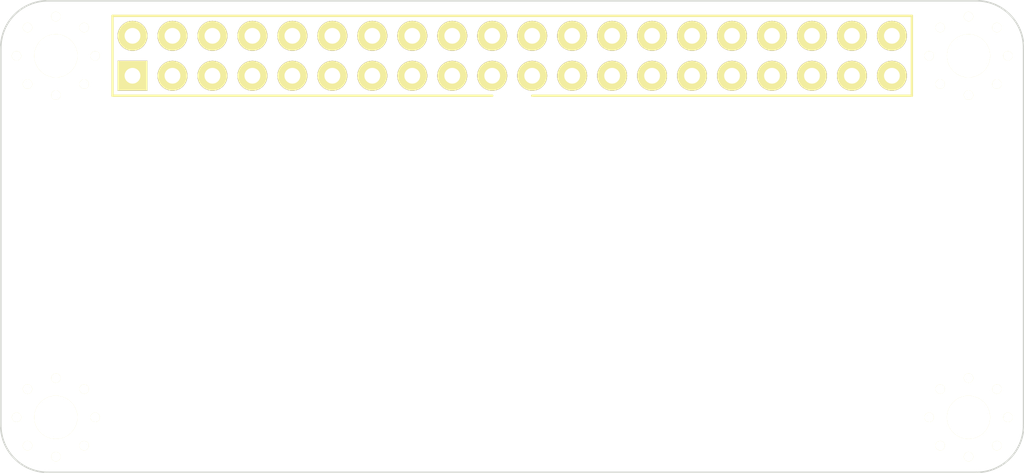
<source format=kicad_pcb>
(kicad_pcb (version 20170123) (host pcbnew "(2017-03-10 revision 23a23d3)-master")

  (general
    (links 0)
    (no_connects 0)
    (area 110.558334 76.4425 178.441667 109.6925)
    (thickness 1.6)
    (drawings 8)
    (tracks 0)
    (zones 0)
    (modules 5)
    (nets 1)
  )

  (page A4)
  (layers
    (0 F.Cu signal)
    (31 B.Cu signal)
    (32 B.Adhes user)
    (33 F.Adhes user)
    (34 B.Paste user)
    (35 F.Paste user)
    (36 B.SilkS user)
    (37 F.SilkS user)
    (38 B.Mask user)
    (39 F.Mask user)
    (40 Dwgs.User user)
    (41 Cmts.User user)
    (42 Eco1.User user)
    (43 Eco2.User user)
    (44 Edge.Cuts user)
    (45 Margin user)
    (46 B.CrtYd user)
    (47 F.CrtYd user)
    (48 B.Fab user)
    (49 F.Fab user)
  )

  (setup
    (last_trace_width 0.25)
    (trace_clearance 0.2)
    (zone_clearance 0.508)
    (zone_45_only no)
    (trace_min 0.2)
    (segment_width 0.2)
    (edge_width 0.15)
    (via_size 0.8)
    (via_drill 0.4)
    (via_min_size 0.4)
    (via_min_drill 0.3)
    (uvia_size 0.3)
    (uvia_drill 0.1)
    (uvias_allowed no)
    (uvia_min_size 0.2)
    (uvia_min_drill 0.1)
    (pcb_text_width 0.3)
    (pcb_text_size 1.5 1.5)
    (mod_edge_width 0.15)
    (mod_text_size 1 1)
    (mod_text_width 0.15)
    (pad_size 1.524 1.524)
    (pad_drill 0.762)
    (pad_to_mask_clearance 0.2)
    (aux_axis_origin 0 0)
    (visible_elements FFFFFF7F)
    (pcbplotparams
      (layerselection 0x00030_ffffffff)
      (usegerberextensions false)
      (excludeedgelayer true)
      (linewidth 0.150000)
      (plotframeref false)
      (viasonmask false)
      (mode 1)
      (useauxorigin false)
      (hpglpennumber 1)
      (hpglpenspeed 20)
      (hpglpendiameter 15)
      (psnegative false)
      (psa4output false)
      (plotreference true)
      (plotvalue true)
      (plotinvisibletext false)
      (padsonsilk false)
      (subtractmaskfromsilk false)
      (outputformat 1)
      (mirror false)
      (drillshape 1)
      (scaleselection 1)
      (outputdirectory ""))
  )

  (net 0 "")

  (net_class Default "This is the default net class."
    (clearance 0.2)
    (trace_width 0.25)
    (via_dia 0.8)
    (via_drill 0.4)
    (uvia_dia 0.3)
    (uvia_drill 0.1)
  )

  (module agg:M2.5_MOUNT locked (layer F.Cu) (tedit 5910340E) (tstamp 591E792A)
    (at 115.5 104.5)
    (fp_text reference REF** (at 0 -4.1) (layer F.Fab) hide
      (effects (font (size 1 1) (thickness 0.15)))
    )
    (fp_text value M2.5_MOUNT (at 0 4.1) (layer F.Fab) hide
      (effects (font (size 1 1) (thickness 0.15)))
    )
    (fp_line (start -3.4 -3.4) (end 3.4 -3.4) (layer F.CrtYd) (width 0.01))
    (fp_line (start 3.4 -3.4) (end 3.4 3.4) (layer F.CrtYd) (width 0.01))
    (fp_line (start 3.4 3.4) (end -3.4 3.4) (layer F.CrtYd) (width 0.01))
    (fp_line (start -3.4 3.4) (end -3.4 -3.4) (layer F.CrtYd) (width 0.01))
    (pad "" np_thru_hole circle (at 1.8 1.8) (size 0.6 0.6) (drill 0.6) (layers *.Cu *.Mask F.SilkS))
    (pad "" np_thru_hole circle (at -1.8 1.8) (size 0.6 0.6) (drill 0.6) (layers *.Cu *.Mask F.SilkS))
    (pad "" np_thru_hole circle (at 1.8 -1.8) (size 0.6 0.6) (drill 0.6) (layers *.Cu *.Mask F.SilkS))
    (pad "" np_thru_hole circle (at -1.8 -1.8) (size 0.6 0.6) (drill 0.6) (layers *.Cu *.Mask F.SilkS))
    (pad "" np_thru_hole circle (at -2.5 0) (size 0.6 0.6) (drill 0.6) (layers *.Cu *.Mask F.SilkS))
    (pad "" np_thru_hole circle (at 0 2.5) (size 0.6 0.6) (drill 0.6) (layers *.Cu *.Mask F.SilkS))
    (pad "" np_thru_hole circle (at 2.5 0) (size 0.6 0.6) (drill 0.6) (layers *.Cu *.Mask F.SilkS))
    (pad "" np_thru_hole circle (at 0 -2.5) (size 0.6 0.6) (drill 0.6) (layers *.Cu *.Mask F.SilkS))
    (pad "" np_thru_hole circle (at 0 0) (size 2.75 2.75) (drill 2.75) (layers *.Cu *.Mask F.SilkS)
      (solder_mask_margin 1.72) (clearance 1.72))
  )

  (module agg:M2.5_MOUNT locked (layer F.Cu) (tedit 591033F8) (tstamp 591E78DC)
    (at 173.5 104.5)
    (fp_text reference REF** (at 0 -4.1) (layer F.Fab) hide
      (effects (font (size 1 1) (thickness 0.15)))
    )
    (fp_text value M2.5_MOUNT (at 0 4.1) (layer F.Fab) hide
      (effects (font (size 1 1) (thickness 0.15)))
    )
    (fp_line (start -3.4 -3.4) (end 3.4 -3.4) (layer F.CrtYd) (width 0.01))
    (fp_line (start 3.4 -3.4) (end 3.4 3.4) (layer F.CrtYd) (width 0.01))
    (fp_line (start 3.4 3.4) (end -3.4 3.4) (layer F.CrtYd) (width 0.01))
    (fp_line (start -3.4 3.4) (end -3.4 -3.4) (layer F.CrtYd) (width 0.01))
    (pad "" np_thru_hole circle (at 1.8 1.8) (size 0.6 0.6) (drill 0.6) (layers *.Cu *.Mask F.SilkS))
    (pad "" np_thru_hole circle (at -1.8 1.8) (size 0.6 0.6) (drill 0.6) (layers *.Cu *.Mask F.SilkS))
    (pad "" np_thru_hole circle (at 1.8 -1.8) (size 0.6 0.6) (drill 0.6) (layers *.Cu *.Mask F.SilkS))
    (pad "" np_thru_hole circle (at -1.8 -1.8) (size 0.6 0.6) (drill 0.6) (layers *.Cu *.Mask F.SilkS))
    (pad "" np_thru_hole circle (at -2.5 0) (size 0.6 0.6) (drill 0.6) (layers *.Cu *.Mask F.SilkS))
    (pad "" np_thru_hole circle (at 0 2.5) (size 0.6 0.6) (drill 0.6) (layers *.Cu *.Mask F.SilkS))
    (pad "" np_thru_hole circle (at 2.5 0) (size 0.6 0.6) (drill 0.6) (layers *.Cu *.Mask F.SilkS))
    (pad "" np_thru_hole circle (at 0 -2.5) (size 0.6 0.6) (drill 0.6) (layers *.Cu *.Mask F.SilkS))
    (pad "" np_thru_hole circle (at 0 0) (size 2.75 2.75) (drill 2.75) (layers *.Cu *.Mask F.SilkS)
      (solder_mask_margin 1.72) (clearance 1.72))
  )

  (module agg:M2.5_MOUNT locked (layer F.Cu) (tedit 591033FD) (tstamp 591E787A)
    (at 173.5 81.5)
    (fp_text reference REF** (at 0 -4.1) (layer F.Fab) hide
      (effects (font (size 1 1) (thickness 0.15)))
    )
    (fp_text value M2.5_MOUNT (at 0 4.1) (layer F.Fab) hide
      (effects (font (size 1 1) (thickness 0.15)))
    )
    (fp_line (start -3.4 -3.4) (end 3.4 -3.4) (layer F.CrtYd) (width 0.01))
    (fp_line (start 3.4 -3.4) (end 3.4 3.4) (layer F.CrtYd) (width 0.01))
    (fp_line (start 3.4 3.4) (end -3.4 3.4) (layer F.CrtYd) (width 0.01))
    (fp_line (start -3.4 3.4) (end -3.4 -3.4) (layer F.CrtYd) (width 0.01))
    (pad "" np_thru_hole circle (at 1.8 1.8) (size 0.6 0.6) (drill 0.6) (layers *.Cu *.Mask F.SilkS))
    (pad "" np_thru_hole circle (at -1.8 1.8) (size 0.6 0.6) (drill 0.6) (layers *.Cu *.Mask F.SilkS))
    (pad "" np_thru_hole circle (at 1.8 -1.8) (size 0.6 0.6) (drill 0.6) (layers *.Cu *.Mask F.SilkS))
    (pad "" np_thru_hole circle (at -1.8 -1.8) (size 0.6 0.6) (drill 0.6) (layers *.Cu *.Mask F.SilkS))
    (pad "" np_thru_hole circle (at -2.5 0) (size 0.6 0.6) (drill 0.6) (layers *.Cu *.Mask F.SilkS))
    (pad "" np_thru_hole circle (at 0 2.5) (size 0.6 0.6) (drill 0.6) (layers *.Cu *.Mask F.SilkS))
    (pad "" np_thru_hole circle (at 2.5 0) (size 0.6 0.6) (drill 0.6) (layers *.Cu *.Mask F.SilkS))
    (pad "" np_thru_hole circle (at 0 -2.5) (size 0.6 0.6) (drill 0.6) (layers *.Cu *.Mask F.SilkS))
    (pad "" np_thru_hole circle (at 0 0) (size 2.75 2.75) (drill 2.75) (layers *.Cu *.Mask F.SilkS)
      (solder_mask_margin 1.72) (clearance 1.72))
  )

  (module agg:M2.5_MOUNT locked (layer F.Cu) (tedit 59103407) (tstamp 591E77F5)
    (at 115.5 81.5)
    (fp_text reference REF** (at 0 -4.1) (layer F.Fab) hide
      (effects (font (size 1 1) (thickness 0.15)))
    )
    (fp_text value M2.5_MOUNT (at 0 4.1) (layer F.Fab) hide
      (effects (font (size 1 1) (thickness 0.15)))
    )
    (fp_line (start -3.4 -3.4) (end 3.4 -3.4) (layer F.CrtYd) (width 0.01))
    (fp_line (start 3.4 -3.4) (end 3.4 3.4) (layer F.CrtYd) (width 0.01))
    (fp_line (start 3.4 3.4) (end -3.4 3.4) (layer F.CrtYd) (width 0.01))
    (fp_line (start -3.4 3.4) (end -3.4 -3.4) (layer F.CrtYd) (width 0.01))
    (pad "" np_thru_hole circle (at 1.8 1.8) (size 0.6 0.6) (drill 0.6) (layers *.Cu *.Mask F.SilkS))
    (pad "" np_thru_hole circle (at -1.8 1.8) (size 0.6 0.6) (drill 0.6) (layers *.Cu *.Mask F.SilkS))
    (pad "" np_thru_hole circle (at 1.8 -1.8) (size 0.6 0.6) (drill 0.6) (layers *.Cu *.Mask F.SilkS))
    (pad "" np_thru_hole circle (at -1.8 -1.8) (size 0.6 0.6) (drill 0.6) (layers *.Cu *.Mask F.SilkS))
    (pad "" np_thru_hole circle (at -2.5 0) (size 0.6 0.6) (drill 0.6) (layers *.Cu *.Mask F.SilkS))
    (pad "" np_thru_hole circle (at 0 2.5) (size 0.6 0.6) (drill 0.6) (layers *.Cu *.Mask F.SilkS))
    (pad "" np_thru_hole circle (at 2.5 0) (size 0.6 0.6) (drill 0.6) (layers *.Cu *.Mask F.SilkS))
    (pad "" np_thru_hole circle (at 0 -2.5) (size 0.6 0.6) (drill 0.6) (layers *.Cu *.Mask F.SilkS))
    (pad "" np_thru_hole circle (at 0 0) (size 2.75 2.75) (drill 2.75) (layers *.Cu *.Mask F.SilkS)
      (solder_mask_margin 1.72) (clearance 1.72))
  )

  (module agg:DIL-254P-40 locked (layer F.Cu) (tedit 57656D66) (tstamp 5916299A)
    (at 144.5 81.5)
    (fp_text reference REF** (at 0.4 3.8) (layer F.Fab)
      (effects (font (size 1 1) (thickness 0.15)))
    )
    (fp_text value DIL-254P-40 (at 15.8 3.6) (layer F.Fab)
      (effects (font (size 1 1) (thickness 0.15)))
    )
    (fp_line (start -25.65 2.8) (end -25.65 -2.8) (layer F.CrtYd) (width 0.01))
    (fp_line (start 25.65 2.8) (end -25.65 2.8) (layer F.CrtYd) (width 0.01))
    (fp_line (start 25.65 -2.8) (end 25.65 2.8) (layer F.CrtYd) (width 0.01))
    (fp_line (start -25.65 -2.8) (end 25.65 -2.8) (layer F.CrtYd) (width 0.01))
    (fp_line (start -25.4 2.54) (end -25.4 -2.54) (layer F.SilkS) (width 0.15))
    (fp_line (start -1.27 2.54) (end -25.4 2.54) (layer F.SilkS) (width 0.15))
    (fp_line (start 25.4 2.54) (end 1.27 2.54) (layer F.SilkS) (width 0.15))
    (fp_line (start 25.4 -2.54) (end 25.4 2.54) (layer F.SilkS) (width 0.15))
    (fp_line (start -25.4 -2.54) (end 25.4 -2.54) (layer F.SilkS) (width 0.15))
    (fp_line (start -25.4 2.54) (end -25.4 -2.54) (layer F.Fab) (width 0.01))
    (fp_line (start 25.4 2.54) (end -25.4 2.54) (layer F.Fab) (width 0.01))
    (fp_line (start 25.4 -2.54) (end 25.4 2.54) (layer F.Fab) (width 0.01))
    (fp_line (start -25.4 -2.54) (end 25.4 -2.54) (layer F.Fab) (width 0.01))
    (pad 40 thru_hole circle (at 24.13 -1.27) (size 1.9 1.9) (drill 1) (layers *.Cu *.Mask F.SilkS))
    (pad 39 thru_hole circle (at 24.13 1.27) (size 1.9 1.9) (drill 1) (layers *.Cu *.Mask F.SilkS))
    (pad 38 thru_hole circle (at 21.59 -1.27) (size 1.9 1.9) (drill 1) (layers *.Cu *.Mask F.SilkS))
    (pad 37 thru_hole circle (at 21.59 1.27) (size 1.9 1.9) (drill 1) (layers *.Cu *.Mask F.SilkS))
    (pad 36 thru_hole circle (at 19.05 -1.27) (size 1.9 1.9) (drill 1) (layers *.Cu *.Mask F.SilkS))
    (pad 35 thru_hole circle (at 19.05 1.27) (size 1.9 1.9) (drill 1) (layers *.Cu *.Mask F.SilkS))
    (pad 34 thru_hole circle (at 16.51 -1.27) (size 1.9 1.9) (drill 1) (layers *.Cu *.Mask F.SilkS))
    (pad 33 thru_hole circle (at 16.51 1.27) (size 1.9 1.9) (drill 1) (layers *.Cu *.Mask F.SilkS))
    (pad 32 thru_hole circle (at 13.97 -1.27) (size 1.9 1.9) (drill 1) (layers *.Cu *.Mask F.SilkS))
    (pad 31 thru_hole circle (at 13.97 1.27) (size 1.9 1.9) (drill 1) (layers *.Cu *.Mask F.SilkS))
    (pad 30 thru_hole circle (at 11.43 -1.27) (size 1.9 1.9) (drill 1) (layers *.Cu *.Mask F.SilkS))
    (pad 29 thru_hole circle (at 11.43 1.27) (size 1.9 1.9) (drill 1) (layers *.Cu *.Mask F.SilkS))
    (pad 28 thru_hole circle (at 8.89 -1.27) (size 1.9 1.9) (drill 1) (layers *.Cu *.Mask F.SilkS))
    (pad 27 thru_hole circle (at 8.89 1.27) (size 1.9 1.9) (drill 1) (layers *.Cu *.Mask F.SilkS))
    (pad 26 thru_hole circle (at 6.35 -1.27) (size 1.9 1.9) (drill 1) (layers *.Cu *.Mask F.SilkS))
    (pad 25 thru_hole circle (at 6.35 1.27) (size 1.9 1.9) (drill 1) (layers *.Cu *.Mask F.SilkS))
    (pad 24 thru_hole circle (at 3.81 -1.27) (size 1.9 1.9) (drill 1) (layers *.Cu *.Mask F.SilkS))
    (pad 23 thru_hole circle (at 3.81 1.27) (size 1.9 1.9) (drill 1) (layers *.Cu *.Mask F.SilkS))
    (pad 22 thru_hole circle (at 1.27 -1.27) (size 1.9 1.9) (drill 1) (layers *.Cu *.Mask F.SilkS))
    (pad 21 thru_hole circle (at 1.27 1.27) (size 1.9 1.9) (drill 1) (layers *.Cu *.Mask F.SilkS))
    (pad 20 thru_hole circle (at -1.27 -1.27) (size 1.9 1.9) (drill 1) (layers *.Cu *.Mask F.SilkS))
    (pad 19 thru_hole circle (at -1.27 1.27) (size 1.9 1.9) (drill 1) (layers *.Cu *.Mask F.SilkS))
    (pad 18 thru_hole circle (at -3.81 -1.27) (size 1.9 1.9) (drill 1) (layers *.Cu *.Mask F.SilkS))
    (pad 17 thru_hole circle (at -3.81 1.27) (size 1.9 1.9) (drill 1) (layers *.Cu *.Mask F.SilkS))
    (pad 16 thru_hole circle (at -6.35 -1.27) (size 1.9 1.9) (drill 1) (layers *.Cu *.Mask F.SilkS))
    (pad 15 thru_hole circle (at -6.35 1.27) (size 1.9 1.9) (drill 1) (layers *.Cu *.Mask F.SilkS))
    (pad 14 thru_hole circle (at -8.89 -1.27) (size 1.9 1.9) (drill 1) (layers *.Cu *.Mask F.SilkS))
    (pad 13 thru_hole circle (at -8.89 1.27) (size 1.9 1.9) (drill 1) (layers *.Cu *.Mask F.SilkS))
    (pad 12 thru_hole circle (at -11.43 -1.27) (size 1.9 1.9) (drill 1) (layers *.Cu *.Mask F.SilkS))
    (pad 11 thru_hole circle (at -11.43 1.27) (size 1.9 1.9) (drill 1) (layers *.Cu *.Mask F.SilkS))
    (pad 10 thru_hole circle (at -13.97 -1.27) (size 1.9 1.9) (drill 1) (layers *.Cu *.Mask F.SilkS))
    (pad 9 thru_hole circle (at -13.97 1.27) (size 1.9 1.9) (drill 1) (layers *.Cu *.Mask F.SilkS))
    (pad 8 thru_hole circle (at -16.51 -1.27) (size 1.9 1.9) (drill 1) (layers *.Cu *.Mask F.SilkS))
    (pad 7 thru_hole circle (at -16.51 1.27) (size 1.9 1.9) (drill 1) (layers *.Cu *.Mask F.SilkS))
    (pad 6 thru_hole circle (at -19.05 -1.27) (size 1.9 1.9) (drill 1) (layers *.Cu *.Mask F.SilkS))
    (pad 5 thru_hole circle (at -19.05 1.27) (size 1.9 1.9) (drill 1) (layers *.Cu *.Mask F.SilkS))
    (pad 4 thru_hole circle (at -21.59 -1.27) (size 1.9 1.9) (drill 1) (layers *.Cu *.Mask F.SilkS))
    (pad 3 thru_hole circle (at -21.59 1.27) (size 1.9 1.9) (drill 1) (layers *.Cu *.Mask F.SilkS))
    (pad 2 thru_hole circle (at -24.13 -1.27) (size 1.9 1.9) (drill 1) (layers *.Cu *.Mask F.SilkS))
    (pad 1 thru_hole rect (at -24.13 1.27) (size 1.9 1.9) (drill 1) (layers *.Cu *.Mask F.SilkS))
    (model ${KISYS3DMOD}/Pin_Headers.3dshapes/Pin_Header_Straight_2x20.wrl
      (at (xyz 0 0 0))
      (scale (xyz 1 1 1))
      (rotate (xyz 0 0 0))
    )
  )

  (gr_arc (start 174 105) (end 174 108) (angle -90) (layer Edge.Cuts) (width 0.1))
  (gr_line (start 115 108) (end 174 108) (layer Edge.Cuts) (width 0.1))
  (gr_arc (start 115 105) (end 112 105) (angle -90) (layer Edge.Cuts) (width 0.1))
  (gr_line (start 112 81) (end 112 105) (layer Edge.Cuts) (width 0.1))
  (gr_line (start 177 105) (end 177 81) (layer Edge.Cuts) (width 0.1))
  (gr_arc (start 115 81) (end 115 78) (angle -90) (layer Edge.Cuts) (width 0.1))
  (gr_arc (start 174 81) (end 177 81) (angle -90) (layer Edge.Cuts) (width 0.1))
  (gr_line (start 174 78) (end 115 78) (layer Edge.Cuts) (width 0.1))

)

</source>
